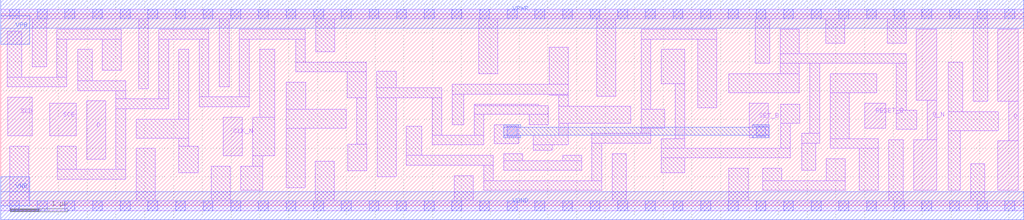
<source format=lef>
# Copyright 2020 The SkyWater PDK Authors
#
# Licensed under the Apache License, Version 2.0 (the "License");
# you may not use this file except in compliance with the License.
# You may obtain a copy of the License at
#
#     https://www.apache.org/licenses/LICENSE-2.0
#
# Unless required by applicable law or agreed to in writing, software
# distributed under the License is distributed on an "AS IS" BASIS,
# WITHOUT WARRANTIES OR CONDITIONS OF ANY KIND, either express or implied.
# See the License for the specific language governing permissions and
# limitations under the License.
#
# SPDX-License-Identifier: Apache-2.0

VERSION 5.5 ;
NAMESCASESENSITIVE ON ;
BUSBITCHARS "[]" ;
DIVIDERCHAR "/" ;
MACRO sky130_fd_sc_lp__sdfbbn_1
  CLASS CORE ;
  SOURCE USER ;
  ORIGIN  0.000000  0.000000 ;
  SIZE  17.76000 BY  3.330000 ;
  SYMMETRY X Y R90 ;
  SITE unit ;
  PIN D
    ANTENNAGATEAREA  0.159000 ;
    DIRECTION INPUT ;
    USE SIGNAL ;
    PORT
      LAYER li1 ;
        RECT 1.490000 0.810000 1.820000 1.820000 ;
    END
  END D
  PIN Q
    ANTENNADIFFAREA  0.598500 ;
    DIRECTION OUTPUT ;
    USE SIGNAL ;
    PORT
      LAYER li1 ;
        RECT 17.315000 0.265000 17.670000 1.125000 ;
        RECT 17.315000 1.815000 17.670000 3.065000 ;
        RECT 17.500000 1.125000 17.670000 1.815000 ;
    END
  END Q
  PIN Q_N
    ANTENNADIFFAREA  0.592200 ;
    DIRECTION OUTPUT ;
    USE SIGNAL ;
    PORT
      LAYER li1 ;
        RECT 15.850000 0.265000 16.255000 1.145000 ;
        RECT 15.900000 1.835000 16.255000 3.065000 ;
        RECT 16.085000 1.145000 16.255000 1.835000 ;
    END
  END Q_N
  PIN RESET_B
    ANTENNAGATEAREA  0.159000 ;
    DIRECTION INPUT ;
    USE SIGNAL ;
    PORT
      LAYER li1 ;
        RECT 15.005000 1.345000 15.365000 1.780000 ;
    END
  END RESET_B
  PIN SCD
    ANTENNAGATEAREA  0.159000 ;
    DIRECTION INPUT ;
    USE SIGNAL ;
    PORT
      LAYER li1 ;
        RECT 0.125000 1.215000 0.550000 1.885000 ;
    END
  END SCD
  PIN SCE
    ANTENNAGATEAREA  0.318000 ;
    DIRECTION INPUT ;
    USE SIGNAL ;
    PORT
      LAYER li1 ;
        RECT 0.850000 1.215000 1.310000 1.780000 ;
    END
  END SCE
  PIN SET_B
    ANTENNADIFFAREA  0.537950 ;
    ANTENNAPARTIALMETALSIDEAREA  3.451000 ;
    DIRECTION INPUT ;
    USE SIGNAL ;
    PORT
      LAYER li1 ;
        RECT 13.000000 1.180000 13.330000 1.780000 ;
    END
  END SET_B
  PIN CLK_N
    ANTENNAGATEAREA  0.159000 ;
    DIRECTION INPUT ;
    USE CLOCK ;
    PORT
      LAYER li1 ;
        RECT 3.860000 0.870000 4.195000 1.540000 ;
    END
  END CLK_N
  PIN VGND
    DIRECTION INOUT ;
    USE GROUND ;
    PORT
      LAYER met1 ;
        RECT 0.000000 -0.245000 17.760000 0.245000 ;
    END
  END VGND
  PIN VNB
    DIRECTION INOUT ;
    USE GROUND ;
    PORT
      LAYER met1 ;
        RECT 0.000000 0.000000 0.500000 0.500000 ;
    END
  END VNB
  PIN VPB
    DIRECTION INOUT ;
    USE POWER ;
    PORT
      LAYER met1 ;
        RECT 0.000000 2.800000 0.500000 3.300000 ;
    END
  END VPB
  PIN VPWR
    DIRECTION INOUT ;
    USE POWER ;
    PORT
      LAYER met1 ;
        RECT 0.000000 3.085000 17.760000 3.575000 ;
    END
  END VPWR
  OBS
    LAYER li1 ;
      RECT  0.000000 -0.085000 17.760000 0.085000 ;
      RECT  0.000000  3.245000 17.760000 3.415000 ;
      RECT  0.115000  2.065000  1.145000 2.235000 ;
      RECT  0.115000  2.235000  0.365000 3.030000 ;
      RECT  0.155000  0.085000  0.485000 1.035000 ;
      RECT  0.545000  2.415000  0.795000 3.245000 ;
      RECT  0.975000  2.235000  1.145000 2.895000 ;
      RECT  0.975000  2.895000  2.095000 3.065000 ;
      RECT  0.980000  0.460000  2.170000 0.630000 ;
      RECT  0.980000  0.630000  1.310000 1.035000 ;
      RECT  1.335000  2.000000  2.170000 2.170000 ;
      RECT  1.335000  2.170000  1.585000 2.715000 ;
      RECT  1.765000  2.350000  2.095000 2.895000 ;
      RECT  2.000000  0.630000  2.170000 1.685000 ;
      RECT  2.000000  1.685000  2.915000 1.855000 ;
      RECT  2.000000  1.855000  2.170000 2.000000 ;
      RECT  2.350000  0.085000  2.680000 0.995000 ;
      RECT  2.350000  1.175000  3.265000 1.505000 ;
      RECT  2.395000  2.035000  2.565000 3.245000 ;
      RECT  2.745000  1.855000  2.915000 2.895000 ;
      RECT  2.745000  2.895000  3.615000 3.065000 ;
      RECT  3.095000  0.575000  3.425000 1.035000 ;
      RECT  3.095000  1.035000  3.265000 1.175000 ;
      RECT  3.095000  1.505000  3.265000 2.715000 ;
      RECT  3.445000  1.720000  4.315000 1.890000 ;
      RECT  3.445000  1.890000  3.615000 2.895000 ;
      RECT  3.655000  0.085000  3.985000 0.690000 ;
      RECT  3.795000  2.070000  3.965000 3.245000 ;
      RECT  4.145000  1.890000  4.315000 2.895000 ;
      RECT  4.145000  2.895000  5.290000 3.065000 ;
      RECT  4.165000  0.265000  4.545000 0.690000 ;
      RECT  4.375000  0.690000  4.545000 0.870000 ;
      RECT  4.375000  0.870000  4.760000 1.540000 ;
      RECT  4.495000  1.540000  4.760000 2.715000 ;
      RECT  4.955000  0.310000  5.285000 1.345000 ;
      RECT  4.955000  1.345000  6.000000 1.675000 ;
      RECT  4.955000  1.675000  5.295000 2.145000 ;
      RECT  5.120000  2.325000  6.350000 2.495000 ;
      RECT  5.120000  2.495000  5.290000 2.895000 ;
      RECT  5.465000  0.085000  5.795000 0.770000 ;
      RECT  5.470000  2.675000  5.800000 3.245000 ;
      RECT  6.020000  1.875000  6.350000 2.325000 ;
      RECT  6.025000  0.605000  6.355000 1.065000 ;
      RECT  6.180000  1.065000  6.350000 1.875000 ;
      RECT  6.530000  1.875000  7.660000 2.045000 ;
      RECT  6.530000  2.045000  6.865000 2.335000 ;
      RECT  6.535000  0.500000  6.865000 1.875000 ;
      RECT  7.045000  0.705000  8.555000 0.875000 ;
      RECT  7.045000  0.875000  7.310000 1.380000 ;
      RECT  7.490000  1.055000  8.390000 1.225000 ;
      RECT  7.490000  1.225000  7.660000 1.875000 ;
      RECT  7.840000  1.405000  8.040000 1.940000 ;
      RECT  7.840000  1.940000  9.855000 2.110000 ;
      RECT  7.875000  0.085000  8.205000 0.525000 ;
      RECT  8.220000  1.225000  8.390000 1.590000 ;
      RECT  8.220000  1.590000  9.505000 1.735000 ;
      RECT  8.220000  1.735000  9.345000 1.760000 ;
      RECT  8.300000  2.290000  8.630000 3.245000 ;
      RECT  8.385000  0.265000 10.435000 0.435000 ;
      RECT  8.385000  0.435000  8.555000 0.705000 ;
      RECT  8.570000  1.080000  8.995000 1.410000 ;
      RECT  8.735000  0.615000 10.085000 0.785000 ;
      RECT  8.735000  0.785000  9.065000 0.900000 ;
      RECT  9.175000  1.405000  9.505000 1.590000 ;
      RECT  9.245000  0.965000  9.575000 1.055000 ;
      RECT  9.245000  1.055000  9.855000 1.225000 ;
      RECT  9.525000  1.915000  9.855000 1.940000 ;
      RECT  9.525000  2.110000  9.855000 2.755000 ;
      RECT  9.685000  1.225000  9.855000 1.435000 ;
      RECT  9.685000  1.435000 10.940000 1.725000 ;
      RECT  9.685000  1.725000  9.855000 1.915000 ;
      RECT  9.755000  0.785000 10.085000 0.875000 ;
      RECT 10.265000  0.435000 10.435000 1.085000 ;
      RECT 10.265000  1.085000 11.290000 1.255000 ;
      RECT 10.345000  1.905000 10.675000 3.245000 ;
      RECT 10.615000  0.085000 10.865000 0.905000 ;
      RECT 11.120000  1.255000 11.290000 1.345000 ;
      RECT 11.120000  1.345000 11.530000 1.675000 ;
      RECT 11.120000  1.675000 11.290000 2.895000 ;
      RECT 11.120000  2.895000 12.430000 3.065000 ;
      RECT 11.470000  0.575000 11.880000 0.830000 ;
      RECT 11.470000  0.830000 13.710000 1.000000 ;
      RECT 11.470000  1.000000 11.880000 1.165000 ;
      RECT 11.470000  2.120000 11.880000 2.715000 ;
      RECT 11.710000  1.165000 11.880000 2.120000 ;
      RECT 12.100000  1.700000 12.430000 2.895000 ;
      RECT 12.640000  1.960000 13.865000 2.290000 ;
      RECT 12.645000  0.085000 12.975000 0.650000 ;
      RECT 13.105000  2.470000 13.355000 3.245000 ;
      RECT 13.235000  0.265000 14.665000 0.435000 ;
      RECT 13.235000  0.435000 13.565000 0.650000 ;
      RECT 13.535000  2.290000 13.865000 2.470000 ;
      RECT 13.535000  2.470000 15.720000 2.640000 ;
      RECT 13.535000  2.640000 13.865000 3.065000 ;
      RECT 13.540000  1.000000 13.710000 1.435000 ;
      RECT 13.540000  1.435000 13.870000 1.765000 ;
      RECT 13.905000  0.615000 14.155000 1.085000 ;
      RECT 13.905000  1.085000 14.220000 1.255000 ;
      RECT 14.050000  1.255000 14.220000 2.470000 ;
      RECT 14.325000  2.820000 14.655000 3.245000 ;
      RECT 14.335000  0.435000 14.665000 0.815000 ;
      RECT 14.400000  0.995000 15.240000 1.165000 ;
      RECT 14.400000  1.165000 14.730000 1.960000 ;
      RECT 14.400000  1.960000 15.210000 2.290000 ;
      RECT 14.910000  0.265000 15.240000 0.995000 ;
      RECT 15.390000  2.820000 15.720000 3.245000 ;
      RECT 15.420000  0.085000 15.670000 1.145000 ;
      RECT 15.550000  1.325000 15.905000 1.655000 ;
      RECT 15.550000  1.655000 15.720000 2.470000 ;
      RECT 16.455000  0.265000 16.660000 1.305000 ;
      RECT 16.455000  1.305000 17.320000 1.635000 ;
      RECT 16.455000  1.635000 16.705000 2.495000 ;
      RECT 16.840000  0.085000 17.090000 0.725000 ;
      RECT 16.885000  1.815000 17.135000 3.245000 ;
    LAYER mcon ;
      RECT  0.155000 -0.085000  0.325000 0.085000 ;
      RECT  0.155000  3.245000  0.325000 3.415000 ;
      RECT  0.635000 -0.085000  0.805000 0.085000 ;
      RECT  0.635000  3.245000  0.805000 3.415000 ;
      RECT  1.115000 -0.085000  1.285000 0.085000 ;
      RECT  1.115000  3.245000  1.285000 3.415000 ;
      RECT  1.595000 -0.085000  1.765000 0.085000 ;
      RECT  1.595000  3.245000  1.765000 3.415000 ;
      RECT  2.075000 -0.085000  2.245000 0.085000 ;
      RECT  2.075000  3.245000  2.245000 3.415000 ;
      RECT  2.555000 -0.085000  2.725000 0.085000 ;
      RECT  2.555000  3.245000  2.725000 3.415000 ;
      RECT  3.035000 -0.085000  3.205000 0.085000 ;
      RECT  3.035000  3.245000  3.205000 3.415000 ;
      RECT  3.515000 -0.085000  3.685000 0.085000 ;
      RECT  3.515000  3.245000  3.685000 3.415000 ;
      RECT  3.995000 -0.085000  4.165000 0.085000 ;
      RECT  3.995000  3.245000  4.165000 3.415000 ;
      RECT  4.475000 -0.085000  4.645000 0.085000 ;
      RECT  4.475000  3.245000  4.645000 3.415000 ;
      RECT  4.955000 -0.085000  5.125000 0.085000 ;
      RECT  4.955000  3.245000  5.125000 3.415000 ;
      RECT  5.435000 -0.085000  5.605000 0.085000 ;
      RECT  5.435000  3.245000  5.605000 3.415000 ;
      RECT  5.915000 -0.085000  6.085000 0.085000 ;
      RECT  5.915000  3.245000  6.085000 3.415000 ;
      RECT  6.395000 -0.085000  6.565000 0.085000 ;
      RECT  6.395000  3.245000  6.565000 3.415000 ;
      RECT  6.875000 -0.085000  7.045000 0.085000 ;
      RECT  6.875000  3.245000  7.045000 3.415000 ;
      RECT  7.355000 -0.085000  7.525000 0.085000 ;
      RECT  7.355000  3.245000  7.525000 3.415000 ;
      RECT  7.835000 -0.085000  8.005000 0.085000 ;
      RECT  7.835000  3.245000  8.005000 3.415000 ;
      RECT  8.315000 -0.085000  8.485000 0.085000 ;
      RECT  8.315000  3.245000  8.485000 3.415000 ;
      RECT  8.795000 -0.085000  8.965000 0.085000 ;
      RECT  8.795000  1.210000  8.965000 1.380000 ;
      RECT  8.795000  3.245000  8.965000 3.415000 ;
      RECT  9.275000 -0.085000  9.445000 0.085000 ;
      RECT  9.275000  3.245000  9.445000 3.415000 ;
      RECT  9.755000 -0.085000  9.925000 0.085000 ;
      RECT  9.755000  3.245000  9.925000 3.415000 ;
      RECT 10.235000 -0.085000 10.405000 0.085000 ;
      RECT 10.235000  3.245000 10.405000 3.415000 ;
      RECT 10.715000 -0.085000 10.885000 0.085000 ;
      RECT 10.715000  3.245000 10.885000 3.415000 ;
      RECT 11.195000 -0.085000 11.365000 0.085000 ;
      RECT 11.195000  3.245000 11.365000 3.415000 ;
      RECT 11.675000 -0.085000 11.845000 0.085000 ;
      RECT 11.675000  3.245000 11.845000 3.415000 ;
      RECT 12.155000 -0.085000 12.325000 0.085000 ;
      RECT 12.155000  3.245000 12.325000 3.415000 ;
      RECT 12.635000 -0.085000 12.805000 0.085000 ;
      RECT 12.635000  3.245000 12.805000 3.415000 ;
      RECT 13.115000 -0.085000 13.285000 0.085000 ;
      RECT 13.115000  1.210000 13.285000 1.380000 ;
      RECT 13.115000  3.245000 13.285000 3.415000 ;
      RECT 13.595000 -0.085000 13.765000 0.085000 ;
      RECT 13.595000  3.245000 13.765000 3.415000 ;
      RECT 14.075000 -0.085000 14.245000 0.085000 ;
      RECT 14.075000  3.245000 14.245000 3.415000 ;
      RECT 14.555000 -0.085000 14.725000 0.085000 ;
      RECT 14.555000  3.245000 14.725000 3.415000 ;
      RECT 15.035000 -0.085000 15.205000 0.085000 ;
      RECT 15.035000  3.245000 15.205000 3.415000 ;
      RECT 15.515000 -0.085000 15.685000 0.085000 ;
      RECT 15.515000  3.245000 15.685000 3.415000 ;
      RECT 15.995000 -0.085000 16.165000 0.085000 ;
      RECT 15.995000  3.245000 16.165000 3.415000 ;
      RECT 16.475000 -0.085000 16.645000 0.085000 ;
      RECT 16.475000  3.245000 16.645000 3.415000 ;
      RECT 16.955000 -0.085000 17.125000 0.085000 ;
      RECT 16.955000  3.245000 17.125000 3.415000 ;
      RECT 17.435000 -0.085000 17.605000 0.085000 ;
      RECT 17.435000  3.245000 17.605000 3.415000 ;
    LAYER met1 ;
      RECT  8.735000 1.180000  9.025000 1.225000 ;
      RECT  8.735000 1.225000 13.345000 1.365000 ;
      RECT  8.735000 1.365000  9.025000 1.410000 ;
      RECT 13.055000 1.180000 13.345000 1.225000 ;
      RECT 13.055000 1.365000 13.345000 1.410000 ;
  END
END sky130_fd_sc_lp__sdfbbn_1
END LIBRARY

</source>
